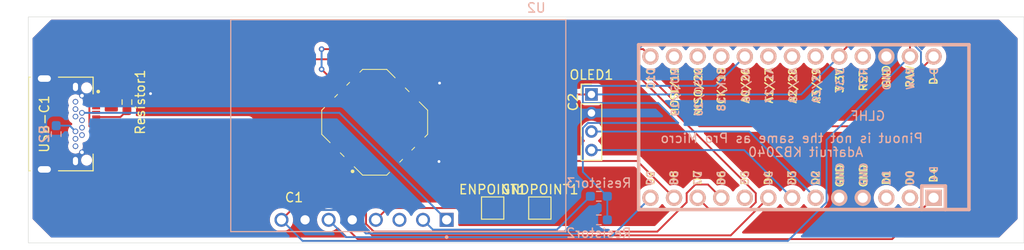
<source format=kicad_pcb>
(kicad_pcb (version 20241229) (generator "pcbnew") (generator_version "9.0")
  (layers (0 "F.Cu" signal) (2 "B.Cu" signal) (13 "F.Paste" user) (15 "B.Paste" user) (5 "F.SilkS" user "F.Silkscreen") (7 "B.SilkS" user "B.Silkscreen") (1 "F.Mask" user) (3 "B.Mask" user) (25 "Edge.Cuts" user))
  (net 0 "")
  (net 1 "GND")
  (net 2 "+5V")
  (net 3 "Net-(U1-D8)")
  (net 4 "Net-(U1-D7)")
  (net 5 "SDL")
  (net 6 "+3.3V")
  (net 7 "SDA")
  (net 8 "Net-(USB-C1-CC2)")
  (net 9 "Net-(USB-C1-CC1)")
  (net 10 "Net-(U1-A0{slash}26)")
  (net 11 "Net-(U2-VLIPO)")
  (net 13 "D-")
  (net 14 "LBO")
  (net 17 "D+")
  (net 20 "VBUS")
  (net 21 "EN")
  (net 37 "D6ASSY")
  (net 42 "D8ASSY")
  (net 43 "D10ASSY")
  (footprint "Capacitor_SMD:C_0201_0603Metric_Pad0.64x0.40mm_HandSolder" (layer "F.Cu") (at 174.1925 56.515)
    (property "Reference" "C3" (hide yes))
    (property "Value" "0.1uF")
    (pad "1" smd roundrect (at -0.4075 0) (size 0.635 0.4) (layers "F.Cu" "F.Mask") (net 6 "+3.3V"))
    (pad "2" smd roundrect (at 0.4075 0) (size 0.635 0.4) (layers "F.Cu" "F.Mask") (net 1 "GND"))
  )
  (footprint "DPAD:Navigation_SMD_9.9x9.9mm" (layer "F.Cu") (at 121.92 65.675 180)
    (property "Reference" "D-Pad1")
    (property "Value" "Nav Switch")
    (fp_line (start 5.7 1.3) (end 5.4 1.6) (stroke (width 0.1)) (layer "F.SilkS"))
    (fp_line (start 5.7 -1.3) (end 5.7 1.3) (stroke (width 0.1)) (layer "F.SilkS"))
    (fp_line (start 4.8 -2.2) (end 5.7 -1.3) (stroke (width 0.1)) (layer "F.SilkS"))
    (fp_line (start 4.3 2.7) (end 4 3) (stroke (width 0.1)) (layer "F.SilkS"))
    (fp_line (start 3.3 -3.7) (end 3.7 -3.3) (stroke (width 0.1)) (layer "F.SilkS"))
    (fp_line (start 3 4) (end 2.7 4.3) (stroke (width 0.1)) (layer "F.SilkS"))
    (fp_line (start 1.6 5.4) (end 1.3 5.7) (stroke (width 0.1)) (layer "F.SilkS"))
    (fp_line (start 1.3 5.7) (end -1.3 5.7) (stroke (width 0.1)) (layer "F.SilkS"))
    (fp_line (start 1.3 -5.7) (end 2.2 -4.8) (stroke (width 0.1)) (layer "F.SilkS"))
    (fp_line (start -1.3 5.7) (end -2.2 4.8) (stroke (width 0.1)) (layer "F.SilkS"))
    (fp_line (start -1.3 -5.7) (end 1.3 -5.7) (stroke (width 0.1)) (layer "F.SilkS"))
    (fp_line (start -1.6 -5.4) (end -1.3 -5.7) (stroke (width 0.1)) (layer "F.SilkS"))
    (fp_line (start -2.7 -4.3) (end -3 -4) (stroke (width 0.1)) (layer "F.SilkS"))
    (fp_line (start -3.3 3.7) (end -3.7 3.3) (stroke (width 0.1)) (layer "F.SilkS"))
    (fp_line (start -4 -3) (end -4.3 -2.7) (stroke (width 0.1)) (layer "F.SilkS"))
    (fp_line (start -4.8 2.2) (end -5.7 1.300001) (stroke (width 0.1)) (layer "F.SilkS"))
    (fp_line (start -5.7 1.300001) (end -5.7 -1.3) (stroke (width 0.1)) (layer "F.SilkS"))
    (fp_line (start -5.7 -1.3) (end -5.4 -1.6) (stroke (width 0.1)) (layer "F.SilkS"))
    (fp_circle (center 2.380662 -5.292547) (end 2.280662 -5.292547) (stroke (width 0.2)) (fill yes) (layer "F.SilkS"))
    (pad "1" smd rect (at 2.669328 -4.224963 315) (size 1 1.25) (layers "F.Cu" "F.Mask" "F.Paste") (net 37 "D6ASSY"))
    (pad "2" smd rect (at 4.224963 -2.669328 315) (size 1 1.25) (layers "F.Cu" "F.Mask" "F.Paste") (net 42 "D8ASSY"))
    (pad "3" smd rect (at 4.790648 2.103643 45) (size 1 1.25) (layers "F.Cu" "F.Mask" "F.Paste") (net 1 "GND"))
    (pad "4" smd rect (at 3.447146 3.447146 45) (size 1 1.25) (layers "F.Cu" "F.Mask" "F.Paste") (net 43 "D10ASSY"))
    (pad "5" smd rect (at 2.103643 4.790648 45) (size 1 1.25) (layers "F.Cu" "F.Mask" "F.Paste") (net 4 "Net-(U1-D7)"))
    (pad "6" smd rect (at -2.669328 4.224963 135) (size 1 1.25) (layers "F.Cu" "F.Mask" "F.Paste") (net 1 "GND"))
    (pad "7" smd rect (at -4.224963 2.669328 135) (size 1 1.25) (layers "F.Cu" "F.Mask" "F.Paste") (net 3 "Net-(U1-D8)"))
    (pad "8" smd rect (at -4.790648 -2.103643 225) (size 1 1.25) (layers "F.Cu" "F.Mask" "F.Paste") (net 1 "GND"))
    (pad "9" smd rect (at -3.447146 -3.447146 225) (size 1 1.25) (layers "F.Cu" "F.Mask" "F.Paste") (net 1 "GND"))
    (pad "10" smd rect (at -2.103643 -4.790648 225) (size 1 1.25) (layers "F.Cu" "F.Mask" "F.Paste") (net 1 "GND"))
  )
  (footprint "TestPoint:TestPoint_Pad_2.0x2.0mm" (layer "F.Cu") (at 134.62 74.93)
    (property "Reference" "ENPOINT1" (at 0 -1.998 0) (layer "F.SilkS"))
    (property "Value" "TestPoint_Small" (hide yes))
    (fp_line (start -1.2 -1.2) (end 1.2 -1.2) (stroke (width 0.12)) (layer "F.SilkS"))
    (fp_line (start -1.2 1.2) (end -1.2 -1.2) (stroke (width 0.12)) (layer "F.SilkS"))
    (fp_line (start 1.2 -1.2) (end 1.2 1.2) (stroke (width 0.12)) (layer "F.SilkS"))
    (fp_line (start 1.2 1.2) (end -1.2 1.2) (stroke (width 0.12)) (layer "F.SilkS"))
    (pad "1" smd rect (at 0 0) (size 2 2) (layers "F.Cu" "F.Mask") (net 21 "EN"))
  )
  (footprint "Resistor_SMD:R_0603_1608Metric_Pad0.98x0.95mm_HandSolder" (layer "F.Cu") (at 95.25 63.5 -90)
    (property "Reference" "Resistor1" (at 0 -1.43 90) (layer "F.SilkS"))
    (property "Value" "5.1Kohms")
    (fp_line (start -0.254724 0.5225) (end 0.254724 0.5225) (stroke (width 0.12)) (layer "F.SilkS"))
    (fp_line (start -0.254724 -0.5225) (end 0.254724 -0.5225) (stroke (width 0.12)) (layer "F.SilkS"))
    (pad "1" smd roundrect (at -0.9125 0 270) (size 0.975 0.95) (layers "F.Cu" "F.Mask" "F.Paste") (net 1 "GND"))
    (pad "2" smd roundrect (at 0.9125 0 270) (size 0.975 0.95) (layers "F.Cu" "F.Mask" "F.Paste") (net 9 "Net-(USB-C1-CC1)"))
  )
  (footprint "Capacitor_SMD:C_0201_0603Metric_Pad0.64x0.40mm_HandSolder" (layer "F.Cu") (at 178.435 56.515 180)
    (property "Reference" "C4" (hide yes))
    (property "Value" "0.1uF")
    (pad "1" smd roundrect (at -0.4075 0 180) (size 0.635 0.4) (layers "F.Cu" "F.Mask") (net 2 "+5V"))
    (pad "2" smd roundrect (at 0.4075 0 180) (size 0.635 0.4) (layers "F.Cu" "F.Mask") (net 1 "GND"))
  )
  (footprint "Connector_PinHeader_2.00mm:PinHeader_1x04_P2.00mm_Vertical" (layer "F.Cu") (at 145.25625 62.675)
    (property "Reference" "OLED1" (at 0 -2.11 0) (layer "F.SilkS"))
    (property "Value" "SSD1306")
    (fp_line (start -1.11 -1.11) (end 0 -1.11) (stroke (width 0.12)) (layer "F.SilkS"))
    (fp_line (start -1.11 0) (end -1.11 -1.11) (stroke (width 0.12)) (layer "F.SilkS"))
    (fp_line (start -1.11 1) (end -1.11 7.11) (stroke (width 0.12)) (layer "F.SilkS"))
    (fp_line (start -1.11 1) (end 1.11 1) (stroke (width 0.12)) (layer "F.SilkS"))
    (fp_line (start -1.11 7.11) (end 1.11 7.11) (stroke (width 0.12)) (layer "F.SilkS"))
    (fp_line (start 1.11 1) (end 1.11 7.11) (stroke (width 0.12)) (layer "F.SilkS"))
    (pad "1" thru_hole rect (at 0 0) (size 1.35 1.35) (drill 0.8) (layers "*.Cu" "*.Mask") (net 6 "+3.3V"))
    (pad "2" thru_hole circle (at 0 2) (size 1.35 1.35) (drill 0.8) (layers "*.Cu" "*.Mask") (net 1 "GND"))
    (pad "3" thru_hole circle (at 0 4) (size 1.35 1.35) (drill 0.8) (layers "*.Cu" "*.Mask") (net 5 "SDL"))
    (pad "4" thru_hole circle (at 0 6) (size 1.35 1.35) (drill 0.8) (layers "*.Cu" "*.Mask") (net 7 "SDA"))
  )
  (footprint "TestPoint:TestPoint_Pad_2.0x2.0mm" (layer "F.Cu") (at 139.7 74.93)
    (property "Reference" "GNDPOINT1" (at 0 -1.998 0) (layer "F.SilkS"))
    (property "Value" "TestPoint_Small" (hide yes))
    (fp_line (start -1.2 -1.2) (end 1.2 -1.2) (stroke (width 0.12)) (layer "F.SilkS"))
    (fp_line (start -1.2 1.2) (end -1.2 -1.2) (stroke (width 0.12)) (layer "F.SilkS"))
    (fp_line (start 1.2 -1.2) (end 1.2 1.2) (stroke (width 0.12)) (layer "F.SilkS"))
    (fp_line (start 1.2 1.2) (end -1.2 1.2) (stroke (width 0.12)) (layer "F.SilkS"))
    (pad "1" smd rect (at 0 0) (size 2 2) (layers "F.Cu" "F.Mask") (net 1 "GND"))
  )
  (footprint "Capacitor_SMD:C_0201_0603Metric_Pad0.64x0.40mm_HandSolder" (layer "F.Cu") (at 142.24 63.5 -90)
    (property "Reference" "C2" (at 0 -1.05 90) (layer "F.SilkS"))
    (property "Value" "0.1uF")
    (pad "1" smd roundrect (at -0.4075 0 270) (size 0.635 0.4) (layers "F.Cu" "F.Mask") (net 6 "+3.3V"))
    (pad "2" smd roundrect (at 0.4075 0 270) (size 0.635 0.4) (layers "F.Cu" "F.Mask") (net 1 "GND"))
  )
  (footprint "usb-c:CUI_UJ31-CH-G-SMT-TR-67" (layer "F.Cu") (at 86.36 65.86 -90)
    (property "Reference" "USB-C1" (at 0 0 90) (layer "F.SilkS"))
    (property "Value" "UJ31-CH-G-SMT-TR-67" (hide yes))
    (fp_line (start -5.05 1.7) (end 5.05 1.7) (stroke (width 0.127)) (layer "F.SilkS"))
    (fp_line (start 5.05 1.7) (end 5.05 1.52) (stroke (width 0.127)) (layer "F.SilkS"))
    (fp_line (start -5.05 1.52) (end -5.05 1.7) (stroke (width 0.127)) (layer "F.SilkS"))
    (fp_line (start 5.05 -1.52) (end 5.05 -5.25) (stroke (width 0.127)) (layer "F.SilkS"))
    (fp_line (start -5.05 -5.25) (end -5.05 -1.52) (stroke (width 0.127)) (layer "F.SilkS"))
    (fp_line (start -3.25 -5.25) (end -5.05 -5.25) (stroke (width 0.127)) (layer "F.SilkS"))
    (fp_line (start 5.05 -5.25) (end 3.25 -5.25) (stroke (width 0.127)) (layer "F.SilkS"))
    (fp_circle (center -3.5 -5.8) (end -3.4 -5.8) (stroke (width 0.2)) (fill no) (layer "F.SilkS"))
    (pad "" np_thru_hole circle (at -3.9 -4.55 270) (size 0.7 0.7) (drill 0.7) (layers "*.Cu" "*.Mask"))
    (pad "" np_thru_hole circle (at 3.9 -4.55 270) (size 0.7 0.7) (drill 0.7) (layers "*.Cu" "*.Mask"))
    (pad "A1" smd rect (at -2.75 -5.575 270) (size 0.35 0.85) (layers "F.Cu" "F.Mask" "F.Paste") (net 1 "GND"))
    (pad "A2" smd rect (at -2.25 -5.575 270) (size 0.35 0.85) (layers "F.Cu" "F.Mask" "F.Paste"))
    (pad "A3" smd rect (at -1.75 -5.575 270) (size 0.35 0.85) (layers "F.Cu" "F.Mask" "F.Paste"))
    (pad "A4" smd rect (at -1.25 -5.575 270) (size 0.35 0.85) (layers "F.Cu" "F.Mask" "F.Paste"))
    (pad "A5" smd rect (at -0.75 -5.575 270) (size 0.35 0.85) (layers "F.Cu" "F.Mask" "F.Paste") (net 9 "Net-(USB-C1-CC1)"))
    (pad "A6" smd rect (at -0.25 -5.575 270) (size 0.35 0.85) (layers "F.Cu" "F.Mask" "F.Paste") (net 17 "D+"))
    (pad "A7" smd rect (at 0.25 -5.575 270) (size 0.35 0.85) (layers "F.Cu" "F.Mask" "F.Paste") (net 13 "D-"))
    (pad "A8" smd rect (at 0.75 -5.575 270) (size 0.35 0.85) (layers "F.Cu" "F.Mask" "F.Paste"))
    (pad "A9" smd rect (at 1.25 -5.575 270) (size 0.35 0.85) (layers "F.Cu" "F.Mask" "F.Paste"))
    (pad "A10" smd rect (at 1.75 -5.575 270) (size 0.35 0.85) (layers "F.Cu" "F.Mask" "F.Paste"))
    (pad "A11" smd rect (at 2.25 -5.575 270) (size 0.35 0.85) (layers "F.Cu" "F.Mask" "F.Paste"))
    (pad "A12" smd rect (at 2.75 -5.575 270) (size 0.35 0.85) (layers "F.Cu" "F.Mask" "F.Paste") (net 1 "GND"))
    (pad "B1" thru_hole circle (at 3.05 -4.05 270) (size 0.6 0.6) (drill 0.4) (layers "*.Cu" "*.Mask") (net 1 "GND"))
    (pad "B2" thru_hole circle (at 2.4 -3.35 270) (size 0.6 0.6) (drill 0.4) (layers "*.Cu" "*.Mask"))
    (pad "B3" thru_hole circle (at 1.6 -3.35 270) (size 0.6 0.6) (drill 0.4) (layers "*.Cu" "*.Mask"))
    (pad "B4" thru_hole circle (at 1.2 -4.05 270) (size 0.6 0.6) (drill 0.4) (layers "*.Cu" "*.Mask"))
    (pad "B5" thru_hole circle (at 0.8 -3.35 270) (size 0.6 0.6) (drill 0.4) (layers "*.Cu" "*.Mask") (net 8 "Net-(USB-C1-CC2)"))
    (pad "B6" thru_hole circle (at 0.4 -4.05 270) (size 0.6 0.6) (drill 0.4) (layers "*.Cu" "*.Mask"))
    (pad "B7" thru_hole circle (at -0.4 -4.05 270) (size 0.6 0.6) (drill 0.4) (layers "*.Cu" "*.Mask"))
    (pad "B8" thru_hole circle (at -0.8 -3.35 270) (size 0.6 0.6) (drill 0.4) (layers "*.Cu" "*.Mask"))
    (pad "B9" thru_hole circle (at -1.2 -4.05 270) (size 0.6 0.6) (drill 0.4) (layers "*.Cu" "*.Mask") (net 20 "VBUS"))
    (pad "B10" thru_hole circle (at -1.6 -3.35 270) (size 0.6 0.6) (drill 0.4) (layers "*.Cu" "*.Mask"))
    (pad "B11" thru_hole circle (at -2.4 -3.35 270) (size 0.6 0.6) (drill 0.4) (layers "*.Cu" "*.Mask"))
    (pad "B12" thru_hole circle (at -3.05 -4.05 270) (size 0.6 0.6) (drill 0.4) (layers "*.Cu" "*.Mask") (net 1 "GND"))
    (pad "S1" thru_hole oval (at -4.9 0 270) (size 1.2 2.4) (drill oval 0.7 1.4) (layers "*.Cu" "*.Mask") (net 1 "GND"))
    (pad "S2" thru_hole oval (at 4.9 0 270) (size 1.2 2.4) (drill oval 0.7 1.4) (layers "*.Cu" "*.Mask") (net 1 "GND"))
    (pad "S3" thru_hole oval (at -4 -3.35 270) (size 1.3 0.95) (drill oval 0.9 0.55) (layers "*.Cu" "*.Mask") (net 1 "GND"))
    (pad "S4" thru_hole oval (at 4 -3.35 270) (size 1.3 0.95) (drill oval 0.9 0.55) (layers "*.Cu" "*.Mask") (net 1 "GND"))
  )
  (footprint "Capacitor_SMD:C_0201_0603Metric_Pad0.64x0.40mm_HandSolder" (layer "F.Cu") (at 113.241781 74.840577)
    (property "Reference" "C1" (at 0 -1.05 0) (layer "F.SilkS"))
    (property "Value" "0.1uF")
    (pad "1" smd roundrect (at -0.4075 0) (size 0.635 0.4) (layers "F.Cu" "F.Mask") (net 2 "+5V"))
    (pad "2" smd roundrect (at 0.4075 0) (size 0.635 0.4) (layers "F.Cu" "F.Mask") (net 1 "GND"))
  )
  (footprint "Resistor_SMD:R_0603_1608Metric_Pad0.98x0.95mm_HandSolder" (layer "B.Cu") (at 87.63 66.9525 90)
    (property "Reference" "R2" (at 0 -1.27 90) (layer "B.SilkS") (effects (justify mirror)))
    (property "Value" "5.1Kohms")
    (fp_line (start -0.254724 -0.5225) (end 0.254724 -0.5225) (stroke (width 0.12)) (layer "B.SilkS"))
    (fp_line (start -0.254724 0.5225) (end 0.254724 0.5225) (stroke (width 0.12)) (layer "B.SilkS"))
    (pad "1" smd roundrect (at -0.9125 0 90) (size 0.975 0.95) (layers "B.Cu" "B.Mask" "B.Paste") (net 1 "GND"))
    (pad "2" smd roundrect (at 0.9125 0 90) (size 0.975 0.95) (layers "B.Cu" "B.Mask" "B.Paste") (net 8 "Net-(USB-C1-CC2)"))
  )
  (footprint "Resistor_SMD:R_0603_1608Metric_Pad0.98x0.95mm_HandSolder" (layer "B.Cu") (at 146.05 73.66 180)
    (property "Reference" "Resistor3" (at 0 1.43 0) (layer "B.SilkS") (effects (justify mirror)))
    (property "Value" "1mohm")
    (fp_line (start -0.254724 0.5225) (end 0.254724 0.5225) (stroke (width 0.12)) (layer "B.SilkS"))
    (fp_line (start -0.254724 -0.5225) (end 0.254724 -0.5225) (stroke (width 0.12)) (layer "B.SilkS"))
    (pad "1" smd roundrect (at -0.9125 0 180) (size 0.975 0.95) (layers "B.Cu" "B.Mask" "B.Paste") (net 10 "Net-(U1-A0{slash}26)"))
    (pad "2" smd roundrect (at 0.9125 0 180) (size 0.975 0.95) (layers "B.Cu" "B.Mask" "B.Paste") (net 11 "Net-(U2-VLIPO)"))
  )
  (footprint "batt-charger:MODULE_2465" (layer "B.Cu") (at 124.46 66.04 180)
    (property "Reference" "U2" (at -14.859 12.705 0) (layer "B.SilkS") (effects (justify mirror)))
    (property "Value" "2465")
    (fp_line (start 18.034 11.43) (end 18.034 -11.43) (stroke (width 0.127)) (layer "B.SilkS"))
    (fp_line (start 18.034 -11.43) (end -18.034 -11.43) (stroke (width 0.127)) (layer "B.SilkS"))
    (fp_line (start -18.034 11.43) (end 18.034 11.43) (stroke (width 0.127)) (layer "B.SilkS"))
    (fp_line (start -18.034 -11.43) (end -18.034 11.43) (stroke (width 0.127)) (layer "B.SilkS"))
    (fp_circle (center -5.207 -12.03) (end -5.107 -12.03) (stroke (width 0.2)) (fill no) (layer "B.SilkS"))
    (pad "1" thru_hole rect (at -5.207 -10.16 180) (size 1.508 1.508) (drill 1) (layers "*.Cu" "*.Mask") (net 20 "VBUS"))
    (pad "2" thru_hole circle (at -2.667 -10.16 180) (size 1.508 1.508) (drill 1) (layers "*.Cu" "*.Mask") (net 11 "Net-(U2-VLIPO)"))
    (pad "3" thru_hole circle (at -0.127 -10.16 180) (size 1.508 1.508) (drill 1) (layers "*.Cu" "*.Mask"))
    (pad "4" thru_hole circle (at 2.413 -10.16 180) (size 1.508 1.508) (drill 1) (layers "*.Cu" "*.Mask") (net 21 "EN"))
    (pad "5" thru_hole circle (at 4.953 -10.16 180) (size 1.508 1.508) (drill 1) (layers "*.Cu" "*.Mask") (net 1 "GND"))
    (pad "6" thru_hole circle (at 7.493 -10.16 180) (size 1.508 1.508) (drill 1) (layers "*.Cu" "*.Mask") (net 14 "LBO"))
    (pad "7" thru_hole circle (at 10.033 -10.16 180) (size 1.508 1.508) (drill 1) (layers "*.Cu" "*.Mask") (net 1 "GND"))
    (pad "8" thru_hole circle (at 12.573 -10.16 180) (size 1.508 1.508) (drill 1) (layers "*.Cu" "*.Mask") (net 2 "+5V"))
  )
  (footprint "kb2040:kb2040" (layer "B.Cu") (at 168.11625 66.19875 90)
    (property "Reference" "U1" (hide yes))
    (property "Value" "kb2040" (hide yes))
    (fp_line (start 8.89 -17.78) (end 8.89 15.24) (stroke (width 0.381)) (layer "B.SilkS"))
    (fp_line (start -8.89 -17.78) (end 8.89 -17.78) (stroke (width 0.381)) (layer "B.SilkS"))
    (fp_line (start -6.35 12.7) (end -8.89 12.7) (stroke (width 0.381)) (layer "B.SilkS"))
    (fp_line (start 8.89 15.24) (end 8.89 17.78) (stroke (width 0.381)) (layer "B.SilkS"))
    (fp_line (start -6.35 15.24) (end -6.35 12.7) (stroke (width 0.381)) (layer "B.SilkS"))
    (fp_line (start -6.35 15.24) (end -8.89 15.24) (stroke (width 0.381)) (layer "B.SilkS"))
    (fp_line (start -8.89 15.24) (end -8.89 -17.78) (stroke (width 0.381)) (layer "B.SilkS"))
    (fp_line (start 8.89 17.78) (end -8.89 17.78) (stroke (width 0.381)) (layer "B.SilkS"))
    (fp_line (start -8.89 17.78) (end -8.89 15.24) (stroke (width 0.381)) (layer "B.SilkS"))
    (fp_text user "RAW" (at 5.461 11.43 270) (layer "F.SilkS") (effects (font (size 0.8 0.8))))
    (fp_text user "D0" (at -5.461 11.43 270) (layer "F.SilkS") (effects (font (size 0.8 0.8))))
    (fp_text user "D4" (at -5.461 -3.81 270) (layer "F.SilkS") (effects (font (size 0.8 0.8))))
    (fp_text user "A0/26" (at 4.4704 -6.2738 270) (layer "F.SilkS") (effects (font (size 0.8 0.8))))
    (fp_text user "GND" (at 5.461 8.89 270) (layer "F.SilkS") (effects (font (size 0.8 0.8))))
    (fp_text user "D-" (at 5.461 13.97 270) (layer "F.SilkS") (effects (font (size 0.8 0.8))))
    (fp_text user "D5" (at -5.461 -6.35 270) (layer "F.SilkS") (effects (font (size 0.8 0.8))))
    (fp_text user "D6" (at -5.461 -8.89 270) (layer "F.SilkS") (effects (font (size 0.8 0.8))))
    (fp_text user "D3" (at -5.461 -1.27 270) (layer "F.SilkS") (effects (font (size 0.8 0.8))))
    (fp_text user "A1/27" (at 4.4704 -3.7338 270) (layer "F.SilkS") (effects (font (size 0.8 0.8))))
    (fp_text user "D+" (at -5.08 13.97 270) (layer "F.SilkS") (effects (font (size 0.8 0.8))))
    (fp_text user "D9" (at -5.5 -16.5 270) (layer "F.SilkS") (effects (font (size 0.8 0.8))))
    (fp_text user "D10" (at 5.2324 -16.4846 270) (layer "F.SilkS") (effects (font (size 0.8 0.8))))
    (fp_text user "D2" (at -5.461 1.27 270) (layer "F.SilkS") (effects (font (size 0.8 0.8))))
    (fp_text user "D7" (at -5.461 -11.43 270) (layer "F.SilkS") (effects (font (size 0.8 0.8))))
    (fp_text user "A2/28" (at 4.4704 -1.1938 270) (layer "F.SilkS") (effects (font (size 0.8 0.8))))
    (fp_text user "D1" (at -5.461 8.89 270) (layer "F.SilkS") (effects (font (size 0.8 0.8))))
    (fp_text user "3.3V" (at 4.9784 3.8608 270) (layer "F.SilkS") (effects (font (size 0.8 0.8))))
    (fp_text user "A3/29" (at 4.4704 1.3462 270) (layer "F.SilkS") (effects (font (size 0.8 0.8))))
    (fp_text user "RST" (at 4.9784 6.4008 270) (layer "F.SilkS") (effects (font (size 0.8 0.8))))
    (fp_text user "SCK/18" (at 4.0894 -8.89 270) (layer "F.SilkS") (effects (font (size 0.8 0.8))))
    (fp_text user "GND" (at -5.2578 3.8862 270) (layer "F.SilkS") (effects (font (size 0.8 0.8))))
    (fp_text user "MISO/20" (at 3.81 -11.3538 270) (layer "F.SilkS") (effects (font (size 0.8 0.8))))
    (fp_text user "D8" (at -5.461 -13.97 270) (layer "F.SilkS") (effects (font (size 0.8 0.8))))
    (fp_text user "GND" (at -5.2578 6.4262 270) (layer "F.SilkS") (effects (font (size 0.8 0.8))))
    (fp_text user "MOSI/19" (at 3.81 -13.8938 270) (layer "F.SilkS") (effects (font (size 0.8 0.8))))
    (fp_text user "D5" (at -5.5 -6.32 270) (layer "B.SilkS") (effects (font (size 0.8 0.8)) (justify mirror)))
    (fp_text user "D1" (at -5.5 8.92 270) (layer "B.SilkS") (effects (font (size 0.8 0.8)) (justify mirror)))
    (fp_text user "D7" (at -5.5 -11.4 270) (layer "B.SilkS") (effects (font (size 0.8 0.8)) (justify mirror)))
    (fp_text user "Adafruit KB2040" (at -2.7 0.2 0) (layer "B.SilkS") (effects (justify mirror)))
    (fp_text user "RST" (at 5.342857 6.4546 270) (layer "B.SilkS") (effects (font (size 0.8 0.8)) (justify mirror)))
    (fp_text user "D9" (at -5.5 -16.47 270) (layer "B.SilkS") (effects (font (size 0.8 0.8)) (justify mirror)))
    (fp_text user "GND" (at -5.061905 6.4562 270) (layer "B.SilkS") (effects (font (size 0.8 0.8)) (justify mirror)))
    (fp_text user "SCK/18" (at 4.066667 -8.8362 270) (layer "B.SilkS") (effects (font (size 0.8 0.8)) (justify mirror)))
    (fp_text user "A3/29" (at 4.52381 1.4 270) (layer "B.SilkS") (effects (font (size 0.8 0.8)) (justify mirror)))
    (fp_text user "MISO/20" (at 3.8 -11.3 270) (layer "B.SilkS") (effects (font (size 0.8 0.8)) (justify mirror)))
    (fp_text user "D10" (at 5.266667 -16.4308 270) (layer "B.SilkS") (effects (font (size 0.8 0.8)) (justify mirror)))
    (fp_text user "A1/27" (at 4.52381 -3.68 270) (layer "B.SilkS") (effects (font (size 0.8 0.8)) (justify mirror)))
    (fp_text user "GLHF" (at 1.2 6.9 0) (layer "B.SilkS") (effects (justify mirror)))
    (fp_text user "GND" (at -5.061905 3.9162 270) (layer "B.SilkS") (effects (font (size 0.8 0.8)) (justify mirror)))
    (fp_text user "D2" (at -5.5 1.3 270) (layer "B.SilkS") (effects (font (size 0.8 0.8)) (justify mirror)))
    (fp_text user "D+" (at -5.1 14 270) (layer "B.SilkS") (effects (font (size 0.8 0.8)) (justify mirror)))
    (fp_text user "D0" (at -5.5 11.46 270) (layer "B.SilkS") (effects (font (size 0.8 0.8)) (justify mirror)))
    (fp_text user "GND" (at 5.209524 8.9438 270) (layer "B.SilkS") (effects (font (size 0.8 0.8)) (justify mirror)))
    (fp_text user "A2/28" (at 4.52381 -1.14 270) (layer "B.SilkS") (effects (font (size 0.8 0.8)) (justify mirror)))
    (fp_text user "Pinout is not the same as Pro Micro" (at -1.2 -1.3 0) (layer "B.SilkS") (effects (justify mirror)))
    (fp_text user "D3" (at -5.5 -1.24 270) (layer "B.SilkS") (effects (font (size 0.8 0.8)) (justify mirror)))
    (fp_text user "D4" (at -5.5 -3.78 270) (layer "B.SilkS") (effects (font (size 0.8 0.8)) (justify mirror)))
    (fp_text user "D-" (at 5.533334 14.0238 270) (layer "B.SilkS") (effects (font (size 0.8 0.8)) (justify mirror)))
    (fp_text user "3.3V" (at 5.133334 3.9146 270) (layer "B.SilkS") (effects (font (size 0.8 0.8)) (justify mirror)))
    (fp_text user "A0/26" (at 4.52381 -6.22 270) (layer "B.SilkS") (effects (font (size 0.8 0.8)) (justify mirror)))
    (fp_text user "MOSI/19" (at 3.8 -13.84 270) (layer "B.SilkS") (effects (font (size 0.8 0.8)) (justify mirror)))
    (fp_text user "RAW" (at 5.228572 11.4838 270) (layer "B.SilkS") (effects (font (size 0.8 0.8)) (justify mirror)))
    (fp_text user "D6" (at -5.5 -8.86 270) (layer "B.SilkS") (effects (font (size 0.8 0.8)) (justify mirror)))
    (fp_text user "D8" (at -5.5 -13.94 270) (layer "B.SilkS") (effects (font (size 0.8 0.8)) (justify mirror)))
    (pad "1" thru_hole rect (at -7.62 13.97 180) (size 1.7526 1.7526) (drill 1.0922) (layers "*.Cu" "*.SilkS" "*.Mask") (net 17 "D+"))
    (pad "2" thru_hole circle (at -7.62 11.43 180) (size 1.7526 1.7526) (drill 1.0922) (layers "*.Cu" "*.SilkS" "*.Mask"))
    (pad "3" thru_hole circle (at -7.62 8.89 180) (size 1.7526 1.7526) (drill 1.0922) (layers "*.Cu" "*.SilkS" "*.Mask"))
    (pad "4" thru_hole circle (at -7.62 6.35 180) (size 1.7526 1.7526) (drill 1.0922) (layers "*.Cu" "*.SilkS" "*.Mask") (net 1 "GND"))
    (pad "5" thru_hole circle (at -7.62 3.81 180) (size 1.7526 1.7526) (drill 1.0922) (layers "*.Cu" "*.SilkS" "*.Mask") (net 1 "GND"))
    (pad "6" thru_hole circle (at -7.62 1.27 180) (size 1.7526 1.7526) (drill 1.0922) (layers "*.Cu" "*.SilkS" "*.Mask") (net 5 "SDL"))
    (pad "7" thru_hole circle (at -7.62 -1.27 180) (size 1.7526 1.7526) (drill 1.0922) (layers "*.Cu" "*.SilkS" "*.Mask") (net 7 "SDA"))
    (pad "8" thru_hole circle (at -7.62 -3.81 180) (size 1.7526 1.7526) (drill 1.0922) (layers "*.Cu" "*.SilkS" "*.Mask") (net 42 "D8ASSY"))
    (pad "9" thru_hole circle (at -7.62 -6.35 180) (size 1.7526 1.7526) (drill 1.0922) (layers "*.Cu" "*.SilkS" "*.Mask"))
    (pad "10" thru_hole circle (at -7.62 -8.89 180) (size 1.7526 1.7526) (drill 1.0922) (layers "*.Cu" "*.SilkS" "*.Mask") (net 37 "D6ASSY"))
    (pad "11" thru_hole circle (at -7.62 -11.43 180) (size 1.7526 1.7526) (drill 1.0922) (layers "*.Cu" "*.SilkS" "*.Mask") (net 4 "Net-(U1-D7)"))
    (pad "12" thru_hole circle (at -7.62 -13.97 180) (size 1.7526 1.7526) (drill 1.0922) (layers "*.Cu" "*.SilkS" "*.Mask") (net 3 "Net-(U1-D8)"))
    (pad "13" thru_hole circle (at -7.62 -16.51 180) (size 1.7526 1.7526) (drill 1.0922) (layers "*.Cu" "*.SilkS" "*.Mask") (net 14 "LBO"))
    (pad "14" thru_hole circle (at 7.62 13.97 180) (size 1.7526 1.7526) (drill 1.0922) (layers "*.Cu" "*.SilkS" "*.Mask") (net 13 "D-"))
    (pad "15" thru_hole circle (at 7.62 11.43 180) (size 1.7526 1.7526) (drill 1.0922) (layers "*.Cu" "*.SilkS" "*.Mask") (net 2 "+5V"))
    (pad "16" thru_hole circle (at 7.62 8.89 180) (size 1.7526 1.7526) (drill 1.0922) (layers "*.Cu" "*.SilkS" "*.Mask") (net 1 "GND"))
    (pad "17" thru_hole circle (at 7.62 6.35 180) (size 1.7526 1.7526) (drill 1.0922) (layers "*.Cu" "*.SilkS" "*.Mask"))
    (pad "18" thru_hole circle (at 7.62 3.81 180) (size 1.7526 1.7526) (drill 1.0922) (layers "*.Cu" "*.SilkS" "*.Mask") (net 6 "+3.3V"))
    (pad "19" thru_hole circle (at 7.62 1.27 180) (size 1.7526 1.7526) (drill 1.0922) (layers "*.Cu" "*.SilkS" "*.Mask"))
    (pad "20" thru_hole circle (at 7.62 -1.27 180) (size 1.7526 1.7526) (drill 1.0922) (layers "*.Cu" "*.SilkS" "*.Mask"))
    (pad "21" thru_hole circle (at 7.62 -3.81 180) (size 1.7526 1.7526) (drill 1.0922) (layers "*.Cu" "*.SilkS" "*.Mask"))
    (pad "22" thru_hole circle (at 7.62 -6.35 180) (size 1.7526 1.7526) (drill 1.0922) (layers "*.Cu" "*.SilkS" "*.Mask") (net 10 "Net-(U1-A0{slash}26)"))
    (pad "23" thru_hole circle (at 7.62 -8.89 180) (size 1.7526 1.7526) (drill 1.0922) (layers "*.Cu" "*.SilkS" "*.Mask"))
    (pad "24" thru_hole circle (at 7.62 -11.43 180) (size 1.7526 1.7526) (drill 1.0922) (layers "*.Cu" "*.SilkS" "*.Mask"))
    (pad "25" thru_hole circle (at 7.62 -13.97 180) (size 1.7526 1.7526) (drill 1.0922) (layers "*.Cu" "*.SilkS" "*.Mask"))
    (pad "26" thru_hole circle (at 7.62 -16.51 180) (size 1.7526 1.7526) (drill 1.0922) (layers "*.Cu" "*.SilkS" "*.Mask") (net 43 "D10ASSY"))
  )
  (footprint "Resistor_SMD:R_0603_1608Metric_Pad0.98x0.95mm_HandSolder" (layer "B.Cu") (at 146.05 76.2)
    (property "Reference" "Resistor2" (at 0 1.43 0) (layer "B.SilkS") (effects (justify mirror)))
    (property "Value" "1mohm")
    (fp_line (start -0.254724 -0.5225) (end 0.254724 -0.5225) (stroke (width 0.12)) (layer "B.SilkS"))
    (fp_line (start -0.254724 0.5225) (end 0.254724 0.5225) (stroke (width 0.12)) (layer "B.SilkS"))
    (pad "1" smd roundrect (at -0.9125 0) (size 0.975 0.95) (layers "B.Cu" "B.Mask" "B.Paste") (net 1 "GND"))
    (pad "2" smd roundrect (at 0.9125 0) (size 0.975 0.95) (layers "B.Cu" "B.Mask" "B.Paste") (net 10 "Net-(U1-A0{slash}26)"))
  )
  (gr_rect (start 84.635734 54.308077) (end 191.818371 78.69037) (stroke (width 0.05)) (fill no) (layer "Edge.Cuts"))
  (segment (start 128.843502 69.911498) (end 127.891002 68.958998) (width 0.2) (layer "F.Cu") (net 1))
  (segment (start 113.649281 75.422281) (end 114.427 76.2) (width 0.2) (layer "F.Cu") (net 1))
  (segment (start 178.0275 56.515) (end 177.00625 57.53625) (width 0.2) (layer "F.Cu") (net 1))
  (segment (start 139.7 72.39) (end 131.322005 72.39) (width 0.2) (layer "F.Cu") (net 1))
  (segment (start 124.589328 61.450037) (end 128.905 61.450037) (width 0.2) (layer "F.Cu") (net 1))
  (segment (start 145.25625 64.675) (end 143.0075 64.675) (width 0.2) (layer "F.Cu") (net 1))
  (segment (start 139.7 74.93) (end 139.7 72.39) (width 0.2) (layer "F.Cu") (net 1))
  (segment (start 126.365 70.12) (end 126.365 70.465648) (width 0.2) (layer "F.Cu") (net 1))
  (segment (start 92.4575 62.5875) (end 91.935 63.11) (width 0.2) (layer "F.Cu") (net 1))
  (segment (start 131.322005 72.39) (end 128.843502 69.911498) (width 0.2) (layer "F.Cu") (net 1))
  (segment (start 106.751357 63.571357) (end 109.855 63.571357) (width 0.2) (layer "F.Cu") (net 1))
  (segment (start 128.289352 70.465648) (end 128.843502 69.911498) (width 0.2) (layer "F.Cu") (net 1))
  (segment (start 125.367146 69.122146) (end 126.365 70.12) (width 0.2) (layer "F.Cu") (net 1))
  (segment (start 90.71 68.61) (end 90.41 68.91) (width 0.2) (layer "F.Cu") (net 1))
  (segment (start 109.855 63.571357) (end 117.129352 63.571357) (width 0.2) (layer "F.Cu") (net 1))
  (segment (start 95.25 62.5875) (end 92.4575 62.5875) (width 0.2) (layer "F.Cu") (net 1))
  (segment (start 174.9425 56.515) (end 174.6 56.515) (width 0.2) (layer "F.Cu") (net 1))
  (segment (start 91.935 68.61) (end 90.71 68.61) (width 0.2) (layer "F.Cu") (net 1))
  (segment (start 105.7675 62.5875) (end 106.751357 63.571357) (width 0.2) (layer "F.Cu") (net 1))
  (segment (start 177.00625 57.53625) (end 177.00625 58.57875) (width 0.2) (layer "F.Cu") (net 1))
  (segment (start 113.157 77.47) (end 100.795 77.47) (width 0.2) (layer "F.Cu") (net 1))
  (segment (start 100.795 77.47) (end 91.935 68.61) (width 0.2) (layer "F.Cu") (net 1))
  (segment (start 143.0075 64.675) (end 142.24 63.9075) (width 0.2) (layer "F.Cu") (net 1))
  (segment (start 97.79 62.5875) (end 105.7675 62.5875) (width 0.2) (layer "F.Cu") (net 1))
  (segment (start 126.365 70.465648) (end 128.289352 70.465648) (width 0.2) (layer "F.Cu") (net 1))
  (segment (start 177.00625 58.57875) (end 174.9425 56.515) (width 0.2) (layer "F.Cu") (net 1))
  (segment (start 124.023643 70.465648) (end 126.365 70.465648) (width 0.2) (layer "F.Cu") (net 1))
  (segment (start 95.25 62.5875) (end 97.79 62.5875) (width 0.2) (layer "F.Cu") (net 1))
  (segment (start 127.891002 68.958998) (end 126.710648 67.778643) (width 0.2) (layer "F.Cu") (net 1))
  (segment (start 113.649281 74.840577) (end 113.649281 75.422281) (width 0.2) (layer "F.Cu") (net 1))
  (segment (start 114.427 76.2) (end 113.157 77.47) (width 0.2) (layer "F.Cu") (net 1))
  (via (at 128.905 61.450037) (size 0.6) (drill 0.3) (layers "F.Cu" "B.Cu") (net 1))
  (via (at 97.79 62.5875) (size 0.6) (drill 0.3) (layers "F.Cu" "B.Cu") (net 1))
  (via (at 128.843502 69.911498) (size 0.6) (drill 0.3) (layers "F.Cu" "B.Cu") (net 1))
  (segment (start 86.36 67.945) (end 86.36 60.96) (width 0.2) (layer "B.Cu") (net 1))
  (segment (start 86.36 60.96) (end 88.81 60.96) (width 0.2) (layer "B.Cu") (net 1))
  (segment (start 97.5675 62.81) (end 90.41 62.81) (width 0.2) (layer "B.Cu") (net 1))
  (segment (start 178.18675 57.39825) (end 180.03523 57.39825) (width 0.2) (layer "B.Cu") (net 1))
  (segment (start 114.427 76.2) (end 108.688 70.461) (width 0.2) (layer "B.Cu") (net 1))
  (segment (start 120.9694 77.6624) (end 119.507 76.2) (width 0.2) (layer "B.Cu") (net 1))
  (segment (start 180.72675 58.08977) (end 180.72675 67.55825) (width 0.2) (layer "B.Cu") (net 1))
  (segment (start 143.6751 77.6624) (end 120.9694 77.6624) (width 0.2) (layer "B.Cu") (net 1))
  (segment (start 86.36 70.76) (end 88.81 70.76) (width 0.2) (layer "B.Cu") (net 1))
  (segment (start 87.63 67.865) (end 86.44 67.865) (width 0.2) (layer "B.Cu") (net 1))
  (segment (start 88.81 60.96) (end 89.71 61.86) (width 0.2) (layer "B.Cu") (net 1))
  (segment (start 87.63 67.865) (end 89.625 69.86) (width 0.2) (layer "B.Cu") (net 1))
  (segment (start 128.905 61.450037) (end 98.927463 61.450037) (width 0.2) (layer "B.Cu") (net 1))
  (segment (start 89.625 69.86) (end 89.71 69.86) (width 0.2) (layer "B.Cu") (net 1))
  (segment (start 114.427 76.2) (end 115.4852 75.1418) (width 0.2) (layer "B.Cu") (net 1))
  (segment (start 177.00625 58.57875) (end 178.18675 57.39825) (width 0.2) (layer "B.Cu") (net 1))
  (segment (start 145.25625 64.675) (end 140.335 64.675) (width 0.2) (layer "B.Cu") (net 1))
  (segment (start 174.46625 73.81875) (end 171.92625 73.81875) (width 0.2) (layer "B.Cu") (net 1))
  (segment (start 130.129963 62.675) (end 130.81 62.675) (width 0.2) (layer "B.Cu") (net 1))
  (segment (start 130.81 67.945) (end 130.81 62.675) (width 0.2) (layer "B.Cu") (net 1))
  (segment (start 90.41 62.81) (end 90.41 62.56) (width 0.2) (layer "B.Cu") (net 1))
  (segment (start 90.41 68.91) (end 90.41 69.16) (width 0.2) (layer "B.Cu") (net 1))
  (segment (start 108.688 70.461) (end 90.311 70.461) (width 0.2) (layer "B.Cu") (net 1))
  (segment (start 180.72675 67.55825) (end 174.46625 73.81875) (width 0.2) (layer "B.Cu") (net 1))
  (segment (start 177.00625 58.57875) (end 175.82575 57.39825) (width 0.2) (layer "B.Cu") (net 1))
  (segment (start 145.1375 76.2) (end 143.6751 77.6624) (width 0.2) (layer "B.Cu") (net 1))
  (segment (start 98.927463 61.450037) (end 97.79 62.5875) (width 0.2) (layer "B.Cu") (net 1))
  (segment (start 86.44 67.865) (end 86.36 67.945) (width 0.2) (layer "B.Cu") (net 1))
  (segment (start 97.79 62.5875) (end 97.5675 62.81) (width 0.2) (layer "B.Cu") (net 1))
  (segment (start 134.08 64.675) (end 130.81 67.945) (width 0.2) (layer "B.Cu") (net 1))
  (segment (start 118.4488 75.1418) (end 119.507 76.2) (width 0.2) (layer "B.Cu") (net 1))
  (segment (start 128.905 61.450037) (end 130.129963 62.675) (width 0.2) (layer "B.Cu") (net 1))
  (segment (start 140.335 64.675) (end 134.08 64.675) (width 0.2) (layer "B.Cu") (net 1))
  (segment (start 180.03523 57.39825) (end 180.72675 58.08977) (width 0.2) (layer "B.Cu") (net 1))
  (segment (start 90.41 69.16) (end 89.71 69.86) (width 0.2) (layer "B.Cu") (net 1))
  (segment (start 88.81 70.76) (end 89.71 69.86) (width 0.2) (layer "B.Cu") (net 1))
  (segment (start 147.61175 57.39825) (end 140.335 64.675) (width 0.2) (layer "B.Cu") (net 1))
  (segment (start 175.82575 57.39825) (end 147.61175 57.39825) (width 0.2) (layer "B.Cu") (net 1))
  (segment (start 86.36 70.76) (end 86.36 67.945) (width 0.2) (layer "B.Cu") (net 1))
  (segment (start 90.311 70.461) (end 89.71 69.86) (width 0.2) (layer "B.Cu") (net 1))
  (segment (start 90.41 62.56) (end 89.71 61.86) (width 0.2) (layer "B.Cu") (net 1))
  (segment (start 115.4852 75.1418) (end 118.4488 75.1418) (width 0.2) (layer "B.Cu") (net 1))
  (segment (start 128.843502 69.911498) (end 130.81 67.945) (width 0.2) (layer "B.Cu") (net 1))
  (segment (start 112.834281 74.840577) (end 112.834281 75.252719) (width 0.2) (layer "F.Cu") (net 2))
  (segment (start 112.834281 75.252719) (end 111.887 76.2) (width 0.2) (layer "F.Cu") (net 2))
  (segment (start 178.8425 56.515) (end 179.54625 57.21875) (width 0.2) (layer "F.Cu") (net 2))
  (segment (start 179.54625 57.21875) (end 179.54625 58.57875) (width 0.2) (layer "F.Cu") (net 2))
  (segment (start 166.40368 78.4708) (end 170.56675 74.30773) (width 0.2) (layer "B.Cu") (net 2))
  (segment (start 114.1578 78.4708) (end 166.40368 78.4708) (width 0.2) (layer "B.Cu") (net 2))
  (segment (start 170.56675 74.30773) (end 170.56675 67.55825) (width 0.2) (layer "B.Cu") (net 2))
  (segment (start 111.887 76.2) (end 114.1578 78.4708) (width 0.2) (layer "B.Cu") (net 2))
  (segment (start 170.56675 67.55825) (end 179.54625 58.57875) (width 0.2) (layer "B.Cu") (net 2))
  (segment (start 126.144963 63.005672) (end 132.989291 69.85) (width 0.2) (layer "F.Cu") (net 3))
  (segment (start 150.1775 69.85) (end 154.14625 73.81875) (width 0.2) (layer "F.Cu") (net 3))
  (segment (start 132.989291 69.85) (end 150.1775 69.85) (width 0.2) (layer "F.Cu") (net 3))
  (segment (start 162.94675 74.30773) (end 162.25523 74.99925) (width 0.2) (layer "F.Cu") (net 4))
  (segment (start 162.25523 74.99925) (end 157.86675 74.99925) (width 0.2) (layer "F.Cu") (net 4))
  (segment (start 121.010709 59.69) (end 149.30698 59.69) (width 0.2) (layer "F.Cu") (net 4))
  (segment (start 157.86675 74.99925) (end 156.68625 73.81875) (width 0.2) (layer "F.Cu") (net 4))
  (segment (start 119.816357 60.884352) (end 121.010709 59.69) (width 0.2) (layer "F.Cu") (net 4))
  (segment (start 149.30698 59.69) (end 162.94675 73.32977) (width 0.2) (layer "F.Cu") (net 4))
  (segment (start 162.94675 73.32977) (end 162.94675 74.30773) (width 0.2) (layer "F.Cu") (net 4))
  (segment (start 145.25625 66.675) (end 162.2425 66.675) (width 0.2) (layer "B.Cu") (net 5))
  (segment (start 162.2425 66.675) (end 169.38625 73.81875) (width 0.2) (layer "B.Cu") (net 5))
  (segment (start 142.6575 62.675) (end 142.24 63.0925) (width 0.2) (layer "F.Cu") (net 6))
  (segment (start 145.25625 62.675) (end 142.6575 62.675) (width 0.2) (layer "F.Cu") (net 6))
  (segment (start 171.92625 58.37375) (end 171.92625 58.57875) (width 0.2) (layer "F.Cu") (net 6))
  (segment (start 173.785 56.515) (end 171.92625 58.37375) (width 0.2) (layer "F.Cu") (net 6))
  (segment (start 145.25625 62.675) (end 167.83 62.675) (width 0.2) (layer "B.Cu") (net 6))
  (segment (start 167.83 62.675) (end 171.92625 58.57875) (width 0.2) (layer "B.Cu") (net 6))
  (segment (start 145.25625 68.675) (end 161.7025 68.675) (width 0.2) (layer "B.Cu") (net 7))
  (segment (start 161.7025 68.675) (end 166.84625 73.81875) (width 0.2) (layer "B.Cu") (net 7))
  (segment (start 89.09 66.04) (end 89.71 66.66) (width 0.2) (layer "B.Cu") (net 8))
  (segment (start 87.63 66.04) (end 89.09 66.04) (width 0.2) (layer "B.Cu") (net 8))
  (segment (start 95.25 64.4125) (end 94.5525 65.11) (width 0.2) (layer "F.Cu") (net 9))
  (segment (start 94.5525 65.11) (end 91.935 65.11) (width 0.2) (layer "F.Cu") (net 9))
  (segment (start 144.33025 71.02775) (end 144.33025 66.291438) (width 0.2) (layer "B.Cu") (net 10))
  (segment (start 144.33025 63.601) (end 144.33025 61.749) (width 0.2) (layer "B.Cu") (net 10))
  (segment (start 158.596 61.749) (end 161.76625 58.57875) (width 0.2) (layer "B.Cu") (net 10))
  (segment (start 152.448 63.601) (end 144.33025 63.601) (width 0.2) (layer "B.Cu") (net 10))
  (segment (start 144.872688 65.749) (end 154.596 65.749) (width 0.2) (layer "B.Cu") (net 10))
  (segment (start 146.9625 73.66) (end 146.9625 76.2) (width 0.2) (layer "B.Cu") (net 10))
  (segment (start 144.33025 66.291438) (end 144.872688 65.749) (width 0.2) (layer "B.Cu") (net 10))
  (segment (start 154.596 65.749) (end 152.448 63.601) (width 0.2) (layer "B.Cu") (net 10))
  (segment (start 146.9625 73.66) (end 144.33025 71.02775) (width 0.2) (layer "B.Cu") (net 10))
  (segment (start 144.33025 61.749) (end 158.596 61.749) (width 0.2) (layer "B.Cu") (net 10))
  (segment (start 141.5393 77.2582) (end 128.1852 77.2582) (width 0.2) (layer "B.Cu") (net 11))
  (segment (start 128.1852 77.2582) (end 127.127 76.2) (width 0.2) (layer "B.Cu") (net 11))
  (segment (start 145.1375 73.66) (end 141.5393 77.2582) (width 0.2) (layer "B.Cu") (net 11))
  (segment (start 156.870232 66.11) (end 174.555 66.11) (width 0.2) (layer "F.Cu") (net 13))
  (segment (start 149.641832 58.8816) (end 156.870232 66.11) (width 0.2) (layer "F.Cu") (net 13))
  (segment (start 91.2058 66.0892) (end 91.2058 62.6308) (width 0.2) (layer "F.Cu") (net 13))
  (segment (start 91.2266 66.11) (end 91.2058 66.0892) (width 0.2) (layer "F.Cu") (net 13))
  (segment (start 174.555 66.11) (end 182.08625 58.57875) (width 0.2) (layer "F.Cu") (net 13))
  (segment (start 95.591774 58.8816) (end 149.641832 58.8816) (width 0.2) (layer "F.Cu") (net 13))
  (segment (start 91.842574 62.6308) (end 95.591774 58.8816) (width 0.2) (layer "F.Cu") (net 13))
  (segment (start 91.935 66.11) (end 91.2266 66.11) (width 0.2) (layer "F.Cu") (net 13))
  (segment (start 91.2058 62.6308) (end 91.842574 62.6308) (width 0.2) (layer "F.Cu") (net 13))
  (segment (start 116.967 76.2) (end 118.8336 78.0666) (width 0.2) (layer "B.Cu") (net 14))
  (segment (start 147.3584 78.0666) (end 151.60625 73.81875) (width 0.2) (layer "B.Cu") (net 14))
  (segment (start 118.8336 78.0666) (end 147.3584 78.0666) (width 0.2) (layer "B.Cu") (net 14))
  (segment (start 118.4488 75.761679) (end 118.4488 76.638321) (width 0.2) (layer "F.Cu") (net 17))
  (segment (start 91.935 65.61) (end 108.297121 65.61) (width 0.2) (layer "F.Cu") (net 17))
  (segment (start 108.297121 65.61) (end 118.4488 75.761679) (width 0.2) (layer "F.Cu") (net 17))
  (segment (start 177.6266 78.2784) (end 182.08625 73.81875) (width 0.2) (layer "F.Cu") (net 17))
  (segment (start 118.4488 76.638321) (end 120.088879 78.2784) (width 0.2) (layer "F.Cu") (net 17))
  (segment (start 120.088879 78.2784) (end 177.6266 78.2784) (width 0.2) (layer "F.Cu") (net 17))
  (segment (start 118.127 64.66) (end 90.41 64.66) (width 0.2) (layer "B.Cu") (net 20))
  (segment (start 129.667 76.2) (end 118.127 64.66) (width 0.2) (layer "B.Cu") (net 20))
  (segment (start 122.047 76.2) (end 123.317 74.93) (width 0.2) (layer "F.Cu") (net 21))
  (segment (start 123.317 74.93) (end 134.62 74.93) (width 0.2) (layer "F.Cu") (net 21))
  (segment (start 155.50575 73.32977) (end 156.44552 72.39) (width 0.2) (layer "F.Cu") (net 37))
  (segment (start 121.820479 77.47) (end 152.34348 77.47) (width 0.2) (layer "F.Cu") (net 37))
  (segment (start 118.11 71.12) (end 120.9888 73.9988) (width 0.2) (layer "F.Cu") (net 37))
  (segment (start 120.9888 76.638321) (end 121.820479 77.47) (width 0.2) (layer "F.Cu") (net 37))
  (segment (start 157.7975 72.39) (end 159.22625 73.81875) (width 0.2) (layer "F.Cu") (net 37))
  (segment (start 155.50575 74.30773) (end 155.50575 73.32977) (width 0.2) (layer "F.Cu") (net 37))
  (segment (start 152.34348 77.47) (end 155.50575 74.30773) (width 0.2) (layer "F.Cu") (net 37))
  (segment (start 156.44552 72.39) (end 157.7975 72.39) (width 0.2) (layer "F.Cu") (net 37))
  (segment (start 120.9888 73.9988) (end 120.9888 76.638321) (width 0.2) (layer "F.Cu") (net 37))
  (segment (start 118.11 71.040635) (end 118.11 71.12) (width 0.2) (layer "F.Cu") (net 37))
  (segment (start 119.250672 69.899963) (end 118.11 71.040635) (width 0.2) (layer "F.Cu") (net 37))
  (segment (start 117.695037 72.891516) (end 120.5846 75.781079) (width 0.2) (layer "F.Cu") (net 42))
  (segment (start 120.5846 75.781079) (end 120.5846 76.805747) (width 0.2) (layer "F.Cu") (net 42))
  (segment (start 117.695037 68.344328) (end 117.695037 72.891516) (width 0.2) (layer "F.Cu") (net 42))
  (segment (start 121.653054 77.8742) (end 160.2508 77.8742) (width 0.2) (layer "F.Cu") (net 42))
  (segment (start 160.2508 77.8742) (end 164.30625 73.81875) (width 0.2) (layer "F.Cu") (net 42))
  (segment (start 120.5846 76.805747) (end 121.653054 77.8742) (width 0.2) (layer "F.Cu") (net 42))
  (segment (start 118.472854 62.227854) (end 116.205 59.96) (width 0.2) (layer "F.Cu") (net 43))
  (segment (start 150.8125 57.785) (end 116.205 57.785) (width 0.2) (layer "F.Cu") (net 43))
  (segment (start 151.60625 58.57875) (end 150.8125 57.785) (width 0.2) (layer "F.Cu") (net 43))
  (via (at 116.205 59.96) (size 0.6) (drill 0.3) (layers "F.Cu" "B.Cu") (net 43))
  (via (at 116.205 57.785) (size 0.6) (drill 0.3) (layers "F.Cu" "B.Cu") (net 43))
  (segment (start 116.205 59.96) (end 116.205 57.785) (width 0.2) (layer "B.Cu") (net 43))
  (zone (net 1) (net_name "GND") (layers "F.Cu" "B.Cu") (connect_pads yes (clearance 0.5)) (min_thickness 0.25) (fill yes (thermal_gap 0.5) (thermal_bridge_width 0.5) (smoothing chamfer) (radius 2))
    (polygon (pts (xy 85.09 54.61) (xy 85.09 78.105) (xy 191.135 78.105) (xy 191.135 54.61)))
  )
)
</source>
